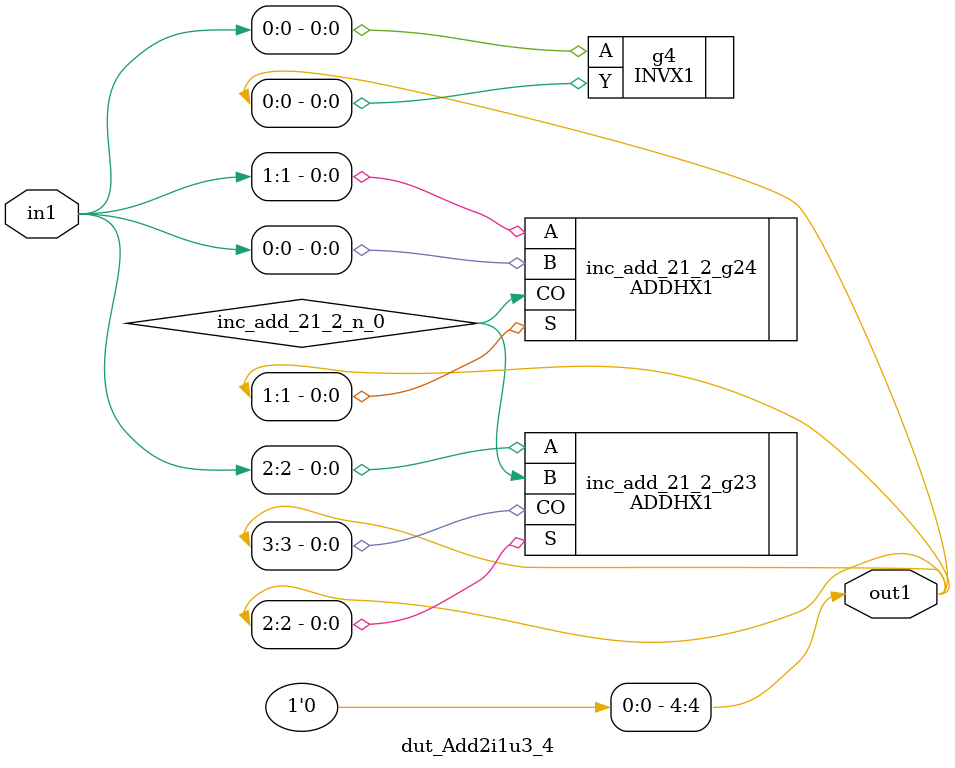
<source format=v>
`timescale 1ps / 1ps


module dut_Add2i1u3_4(in1, out1);
  input [2:0] in1;
  output [4:0] out1;
  wire [2:0] in1;
  wire [4:0] out1;
  wire inc_add_21_2_n_0;
  assign out1[4] = 1'b0;
  INVX1 g4(.A (in1[0]), .Y (out1[0]));
  ADDHX1 inc_add_21_2_g23(.A (in1[2]), .B (inc_add_21_2_n_0), .CO
       (out1[3]), .S (out1[2]));
  ADDHX1 inc_add_21_2_g24(.A (in1[1]), .B (in1[0]), .CO
       (inc_add_21_2_n_0), .S (out1[1]));
endmodule


</source>
